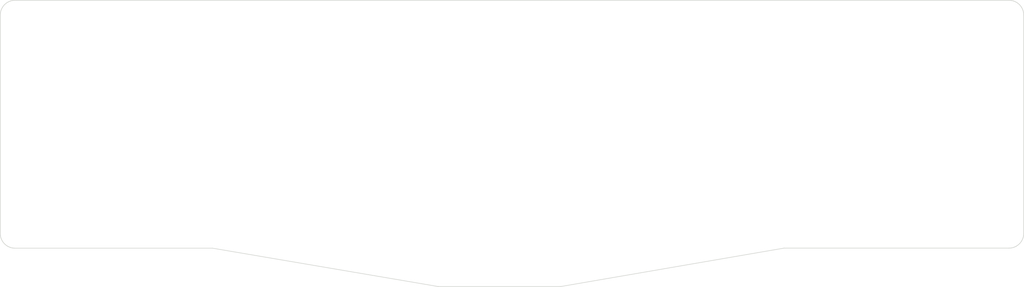
<source format=kicad_pcb>
(kicad_pcb (version 20171130) (host pcbnew "(5.1.0)-1")

  (general
    (thickness 1.6)
    (drawings 89)
    (tracks 0)
    (zones 0)
    (modules 8)
    (nets 1)
  )

  (page A3)
  (layers
    (0 F.Cu signal hide)
    (31 B.Cu signal hide)
    (32 B.Adhes user)
    (33 F.Adhes user)
    (34 B.Paste user)
    (35 F.Paste user)
    (36 B.SilkS user)
    (37 F.SilkS user)
    (38 B.Mask user)
    (39 F.Mask user)
    (40 Dwgs.User user)
    (41 Cmts.User user)
    (42 Eco1.User user)
    (43 Eco2.User user)
    (44 Edge.Cuts user)
    (45 Margin user)
    (46 B.CrtYd user)
    (47 F.CrtYd user)
    (48 B.Fab user)
    (49 F.Fab user)
  )

  (setup
    (last_trace_width 0.25)
    (trace_clearance 0.2)
    (zone_clearance 0.508)
    (zone_45_only no)
    (trace_min 0.2)
    (via_size 0.8)
    (via_drill 0.4)
    (via_min_size 0.4)
    (via_min_drill 0.3)
    (uvia_size 0.3)
    (uvia_drill 0.1)
    (uvias_allowed no)
    (uvia_min_size 0.2)
    (uvia_min_drill 0.1)
    (edge_width 0.1)
    (segment_width 0.2)
    (pcb_text_width 0.3)
    (pcb_text_size 1.5 1.5)
    (mod_edge_width 0.15)
    (mod_text_size 1 1)
    (mod_text_width 0.15)
    (pad_size 2.2 2.2)
    (pad_drill 2.2)
    (pad_to_mask_clearance 0)
    (aux_axis_origin 207.32 100.31)
    (visible_elements 7FFFFFFF)
    (pcbplotparams
      (layerselection 0x010f0_ffffffff)
      (usegerberextensions false)
      (usegerberattributes false)
      (usegerberadvancedattributes false)
      (creategerberjobfile false)
      (excludeedgelayer true)
      (linewidth 0.100000)
      (plotframeref false)
      (viasonmask false)
      (mode 1)
      (useauxorigin false)
      (hpglpennumber 1)
      (hpglpenspeed 20)
      (hpglpendiameter 15.000000)
      (psnegative false)
      (psa4output false)
      (plotreference true)
      (plotvalue true)
      (plotinvisibletext false)
      (padsonsilk false)
      (subtractmaskfromsilk false)
      (outputformat 1)
      (mirror false)
      (drillshape 0)
      (scaleselection 1)
      (outputdirectory "garber/bottom/"))
  )

  (net 0 "")

  (net_class Default "これはデフォルトのネット クラスです。"
    (clearance 0.2)
    (trace_width 0.25)
    (via_dia 0.8)
    (via_drill 0.4)
    (uvia_dia 0.3)
    (uvia_drill 0.1)
  )

  (net_class V_GND ""
    (clearance 0.2)
    (trace_width 0.5)
    (via_dia 0.8)
    (via_drill 0.4)
    (uvia_dia 0.3)
    (uvia_drill 0.1)
  )

  (module Rev1:hole_2.2mm (layer F.Cu) (tedit 60F419E0) (tstamp 60F419CF)
    (at 44.51 151.55)
    (fp_text reference " " (at 0 -2) (layer F.SilkS)
      (effects (font (size 1 1) (thickness 0.15)))
    )
    (fp_text value " " (at 0 -4.12) (layer F.Fab)
      (effects (font (size 1 1) (thickness 0.15)))
    )
    (pad "" np_thru_hole circle (at 126.69 21.36) (size 2.2 2.2) (drill 2.2) (layers *.Cu *.Mask)
      (clearance 0.1524))
  )

  (module Rev1:hole_2.2mm (layer F.Cu) (tedit 60F419F2) (tstamp 60F419CF)
    (at 135.93 148.09)
    (fp_text reference " " (at 0 -2) (layer F.SilkS)
      (effects (font (size 1 1) (thickness 0.15)))
    )
    (fp_text value " " (at 0 -4.12) (layer F.Fab)
      (effects (font (size 1 1) (thickness 0.15)))
    )
    (pad "" np_thru_hole circle (at 121.44 24) (size 2.2 2.2) (drill 2.2) (layers *.Cu *.Mask)
      (clearance 0.1524))
  )

  (module Rev1:hole_2.2mm (layer F.Cu) (tedit 60A0CB83) (tstamp 609FC519)
    (at 148.01 131.51)
    (fp_text reference " " (at 0 -2) (layer F.SilkS)
      (effects (font (size 1 1) (thickness 0.15)))
    )
    (fp_text value " " (at 0 -4.12) (layer F.Fab)
      (effects (font (size 1 1) (thickness 0.15)))
    )
    (pad "" np_thru_hole circle (at 202.95 29.05) (size 2.2 2.2) (drill 2.2) (layers *.Cu *.Mask)
      (clearance 0.1524))
  )

  (module Rev1:hole_2.2mm (layer F.Cu) (tedit 60F419B7) (tstamp 609FC519)
    (at 135.23 115.56)
    (fp_text reference " " (at 0 -2) (layer F.SilkS)
      (effects (font (size 1 1) (thickness 0.15)))
    )
    (fp_text value " " (at 0 -4.12) (layer F.Fab)
      (effects (font (size 1 1) (thickness 0.15)))
    )
    (pad "" np_thru_hole circle (at 124.2 15.07) (size 2.2 2.2) (drill 2.2) (layers *.Cu *.Mask)
      (clearance 0.1524))
  )

  (module Rev1:hole_2.2mm (layer F.Cu) (tedit 60A0CB9A) (tstamp 609FC519)
    (at 130.46 128.73)
    (fp_text reference " " (at 0 -2) (layer F.SilkS)
      (effects (font (size 1 1) (thickness 0.15)))
    )
    (fp_text value " " (at 0 -4.12) (layer F.Fab)
      (effects (font (size 1 1) (thickness 0.15)))
    )
    (pad "" np_thru_hole circle (at 209.45 -5.68) (size 2.2 2.2) (drill 2.2) (layers *.Cu *.Mask)
      (clearance 0.1524))
  )

  (module Rev1:hole_2.2mm (layer F.Cu) (tedit 60F41993) (tstamp 609FC519)
    (at 116.26 124.07)
    (fp_text reference " " (at 0 -2) (layer F.SilkS)
      (effects (font (size 1 1) (thickness 0.15)))
    )
    (fp_text value " " (at 0 -4.12) (layer F.Fab)
      (effects (font (size 1 1) (thickness 0.15)))
    )
    (pad "" np_thru_hole circle (at 53.49 7.06) (size 2.2 2.2) (drill 2.2) (layers *.Cu *.Mask)
      (clearance 0.1524))
  )

  (module Rev1:hole_2.2mm (layer F.Cu) (tedit 60A0CB54) (tstamp 609FC519)
    (at 103.2 137.65)
    (fp_text reference " " (at 0 -2) (layer F.SilkS)
      (effects (font (size 1 1) (thickness 0.15)))
    )
    (fp_text value " " (at 0 -4.12) (layer F.Fab)
      (effects (font (size 1 1) (thickness 0.15)))
    )
    (pad "" np_thru_hole circle (at -8.26 22.3) (size 2.2 2.2) (drill 2.2) (layers *.Cu *.Mask)
      (clearance 0.1524))
  )

  (module Rev1:hole_2.2mm (layer F.Cu) (tedit 60A0CB38) (tstamp 609FC41D)
    (at 86.39 123.11)
    (fp_text reference " " (at 0 -2) (layer F.SilkS)
      (effects (font (size 1 1) (thickness 0.15)))
    )
    (fp_text value " " (at 0 -4.12) (layer F.Fab)
      (effects (font (size 1 1) (thickness 0.15)))
    )
    (pad "" np_thru_hole circle (at 0.67 -0.34) (size 2.2 2.2) (drill 2.2) (layers *.Cu *.Mask)
      (clearance 0.1524))
  )

  (gr_line (start 49.31598 98.6452) (end 231.62598 98.6452) (layer Edge.Cuts) (width 0.2) (tstamp 609FBAE1))
  (gr_line (start 116.43 182.89) (end 193.12 195.92) (layer Edge.Cuts) (width 0.2) (tstamp 6098497F))
  (gr_line (start 49.24 182.89) (end 116.43 182.89) (layer Edge.Cuts) (width 0.2) (tstamp 609849A7))
  (gr_line (start 234.8 195.92) (end 310.64 182.87) (layer Edge.Cuts) (width 0.2) (tstamp 60984981))
  (gr_line (start 310.64 182.87) (end 387.11 182.87) (layer Edge.Cuts) (width 0.2) (tstamp 60984980))
  (gr_line (start 234.8 195.92) (end 193.12 195.92) (layer Edge.Cuts) (width 0.2) (tstamp 6098497E))
  (gr_line (start 391.877 179.41403) (end 391.741 179.78334) (layer Edge.Cuts) (width 0.2) (tstamp 609D40CE))
  (gr_line (start 392.106 178.262) (end 392.059 178.65196) (layer Edge.Cuts) (width 0.2) (tstamp 609D40CB))
  (gr_line (start 391.166 180.8086) (end 390.923 181.11728) (layer Edge.Cuts) (width 0.2) (tstamp 609D40C8))
  (gr_line (start 388.666 182.624856) (end 388.289 182.730966) (layer Edge.Cuts) (width 0.2) (tstamp 609D40C5))
  (gr_line (start 391.577 180.13888) (end 391.385 180.48201) (layer Edge.Cuts) (width 0.2) (tstamp 609D40C2))
  (gr_line (start 390.656 181.40529) (end 390.368 181.67126) (layer Edge.Cuts) (width 0.2) (tstamp 609D40BF))
  (gr_line (start 387.514 182.854989) (end 387.11 182.87) (layer Edge.Cuts) (width 0.2) (tstamp 609D40D3))
  (gr_line (start 388.289 182.730966) (end 387.904 182.808136) (layer Edge.Cuts) (width 0.2) (tstamp 609D40B9))
  (gr_line (start 390.368 181.67126) (end 390.059 181.91517) (layer Edge.Cuts) (width 0.2) (tstamp 609D40B6))
  (gr_line (start 391.385 180.48201) (end 391.166 180.8086) (layer Edge.Cuts) (width 0.2) (tstamp 609D40B3))
  (gr_line (start 392.121 177.96925) (end 392.106 178.26) (layer Edge.Cuts) (width 0.2) (tstamp 609D40B0))
  (gr_line (start 391.741 179.78334) (end 391.577 180.13888) (layer Edge.Cuts) (width 0.2) (tstamp 609D40AD))
  (gr_line (start 389.391 182.324444) (end 389.034 182.489809) (layer Edge.Cuts) (width 0.2) (tstamp 609D40AA))
  (gr_line (start 390.923 181.11728) (end 390.656 181.40529) (layer Edge.Cuts) (width 0.2) (tstamp 609D40A7))
  (gr_line (start 389.034 182.489809) (end 388.666 182.624856) (layer Edge.Cuts) (width 0.2) (tstamp 609D40A4))
  (gr_line (start 391.983 179.03783) (end 391.877 179.41403) (layer Edge.Cuts) (width 0.2) (tstamp 609D40A1))
  (gr_line (start 390.059 181.91517) (end 389.734 182.132897) (layer Edge.Cuts) (width 0.2) (tstamp 609D409E))
  (gr_line (start 387.904 182.808136) (end 387.514 182.854989) (layer Edge.Cuts) (width 0.2) (tstamp 609D409B))
  (gr_line (start 392.059 178.65196) (end 391.983 179.03783) (layer Edge.Cuts) (width 0.2) (tstamp 609D4098))
  (gr_line (start 389.734 182.132897) (end 389.391 182.324444) (layer Edge.Cuts) (width 0.2) (tstamp 609D4095))
  (gr_line (start 48.91186 182.874989) (end 48.5219 182.828136) (layer Edge.Cuts) (width 0.2))
  (gr_line (start 47.03498 182.344444) (end 46.69185 182.152897) (layer Edge.Cuts) (width 0.2))
  (gr_line (start 49.24 182.89) (end 48.91186 182.874989) (layer Edge.Cuts) (width 0.2))
  (gr_line (start 47.75983 182.644856) (end 47.39189 182.509809) (layer Edge.Cuts) (width 0.2))
  (gr_line (start 48.1374 182.750966) (end 47.75983 182.644856) (layer Edge.Cuts) (width 0.2))
  (gr_line (start 47.39189 182.509809) (end 47.03498 182.344444) (layer Edge.Cuts) (width 0.2))
  (gr_line (start 45.76994 181.42529) (end 45.5026 181.13728) (layer Edge.Cuts) (width 0.2))
  (gr_line (start 44.84941 180.15888) (end 44.685424 179.80334) (layer Edge.Cuts) (width 0.2))
  (gr_line (start 44.548998 179.43403) (end 44.442888 179.05783) (layer Edge.Cuts) (width 0.2))
  (gr_line (start 44.320243 178.282) (end 44.315084 177.95) (layer Edge.Cuts) (width 0.2))
  (gr_line (start 44.685424 179.80334) (end 44.548998 179.43403) (layer Edge.Cuts) (width 0.2))
  (gr_line (start 45.26006 180.8286) (end 45.040957 180.50201) (layer Edge.Cuts) (width 0.2))
  (gr_line (start 45.5026 181.13728) (end 45.26006 180.8286) (layer Edge.Cuts) (width 0.2))
  (gr_line (start 48.5219 182.828136) (end 48.1374 182.750966) (layer Edge.Cuts) (width 0.2))
  (gr_line (start 46.69185 182.152897) (end 46.36663 181.93517) (layer Edge.Cuts) (width 0.2))
  (gr_line (start 46.36663 181.93517) (end 46.05795 181.69126) (layer Edge.Cuts) (width 0.2))
  (gr_line (start 46.05795 181.69126) (end 45.76994 181.42529) (layer Edge.Cuts) (width 0.2))
  (gr_line (start 44.367097 178.67196) (end 44.320243 178.282) (layer Edge.Cuts) (width 0.2))
  (gr_line (start 45.040957 180.50201) (end 44.84941 180.15888) (layer Edge.Cuts) (width 0.2))
  (gr_line (start 44.442888 179.05783) (end 44.367097 178.67196) (layer Edge.Cuts) (width 0.2))
  (gr_line (start 231.62598 98.6452) (end 387.12 98.6452) (layer Edge.Cuts) (width 0.2))
  (gr_line (start 48.92186 98.6601) (end 49.31598 98.6452) (layer Edge.Cuts) (width 0.2))
  (gr_line (start 48.5319 98.707) (end 48.92186 98.6601) (layer Edge.Cuts) (width 0.2))
  (gr_line (start 48.1474 98.7828) (end 48.5319 98.707) (layer Edge.Cuts) (width 0.2))
  (gr_line (start 47.76983 98.889) (end 48.1474 98.7828) (layer Edge.Cuts) (width 0.2))
  (gr_line (start 47.40189 99.0255) (end 47.76983 98.889) (layer Edge.Cuts) (width 0.2))
  (gr_line (start 47.04498 99.1892) (end 47.40189 99.0255) (layer Edge.Cuts) (width 0.2))
  (gr_line (start 46.70185 99.3808) (end 47.04498 99.1892) (layer Edge.Cuts) (width 0.2))
  (gr_line (start 46.37663 99.6002) (end 46.70185 99.3808) (layer Edge.Cuts) (width 0.2))
  (gr_line (start 46.06795 99.8426) (end 46.37663 99.6002) (layer Edge.Cuts) (width 0.2))
  (gr_line (start 45.77994 100.11) (end 46.06795 99.8426) (layer Edge.Cuts) (width 0.2))
  (gr_line (start 45.5126 100.3979) (end 45.77994 100.11) (layer Edge.Cuts) (width 0.2))
  (gr_line (start 45.27006 100.7065) (end 45.5126 100.3979) (layer Edge.Cuts) (width 0.2))
  (gr_line (start 45.050957 101.0318) (end 45.27006 100.7065) (layer Edge.Cuts) (width 0.2))
  (gr_line (start 44.85941 101.375) (end 45.050957 101.0318) (layer Edge.Cuts) (width 0.2))
  (gr_line (start 44.695424 101.7321) (end 44.85941 101.375) (layer Edge.Cuts) (width 0.2))
  (gr_line (start 44.558998 102.0997) (end 44.695424 101.7321) (layer Edge.Cuts) (width 0.2))
  (gr_line (start 44.452888 102.4775) (end 44.558998 102.0997) (layer Edge.Cuts) (width 0.2))
  (gr_line (start 44.377097 102.862) (end 44.452888 102.4775) (layer Edge.Cuts) (width 0.2))
  (gr_line (start 44.330243 103.2518) (end 44.377097 102.862) (layer Edge.Cuts) (width 0.2))
  (gr_line (start 44.315084 103.6459) (end 44.330243 103.2518) (layer Edge.Cuts) (width 0.2))
  (gr_line (start 44.315084 177.95) (end 44.315084 103.6459) (layer Edge.Cuts) (width 0.2))
  (gr_line (start 392.121 103.6459) (end 392.121 177.96925) (layer Edge.Cuts) (width 0.2))
  (gr_line (start 392.106 103.2518) (end 392.121 103.6459) (layer Edge.Cuts) (width 0.2))
  (gr_line (start 392.059 102.862) (end 392.106 103.2518) (layer Edge.Cuts) (width 0.2))
  (gr_line (start 391.983 102.4775) (end 392.059 102.862) (layer Edge.Cuts) (width 0.2))
  (gr_line (start 391.877 102.0997) (end 391.983 102.4775) (layer Edge.Cuts) (width 0.2))
  (gr_line (start 391.741 101.7321) (end 391.877 102.0997) (layer Edge.Cuts) (width 0.2))
  (gr_line (start 391.577 101.375) (end 391.741 101.7321) (layer Edge.Cuts) (width 0.2))
  (gr_line (start 391.385 101.0318) (end 391.577 101.375) (layer Edge.Cuts) (width 0.2))
  (gr_line (start 391.166 100.7065) (end 391.385 101.0318) (layer Edge.Cuts) (width 0.2))
  (gr_line (start 390.923 100.3979) (end 391.166 100.7065) (layer Edge.Cuts) (width 0.2))
  (gr_line (start 390.656 100.11) (end 390.923 100.3979) (layer Edge.Cuts) (width 0.2))
  (gr_line (start 390.368 99.8426) (end 390.656 100.11) (layer Edge.Cuts) (width 0.2))
  (gr_line (start 390.059 99.6002) (end 390.368 99.8426) (layer Edge.Cuts) (width 0.2))
  (gr_line (start 389.734 99.3808) (end 390.059 99.6002) (layer Edge.Cuts) (width 0.2))
  (gr_line (start 389.391 99.1892) (end 389.734 99.3808) (layer Edge.Cuts) (width 0.2))
  (gr_line (start 389.034 99.0255) (end 389.391 99.1892) (layer Edge.Cuts) (width 0.2))
  (gr_line (start 388.666 98.889) (end 389.034 99.0255) (layer Edge.Cuts) (width 0.2))
  (gr_line (start 388.289 98.7828) (end 388.666 98.889) (layer Edge.Cuts) (width 0.2))
  (gr_line (start 387.904 98.707) (end 388.289 98.7828) (layer Edge.Cuts) (width 0.2))
  (gr_line (start 387.514 98.6601) (end 387.904 98.707) (layer Edge.Cuts) (width 0.2))
  (gr_line (start 387.121 98.6452) (end 387.514 98.6601) (layer Edge.Cuts) (width 0.2))

)

</source>
